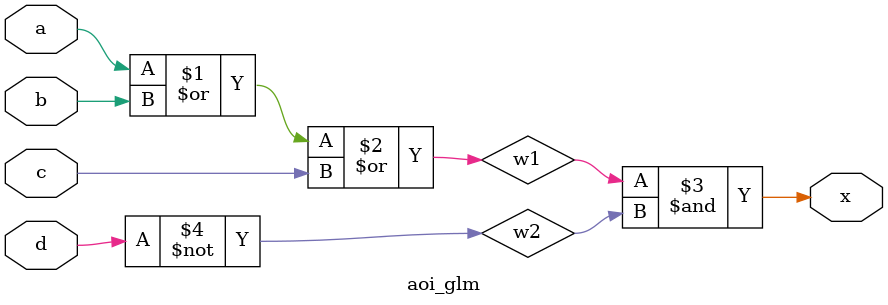
<source format=v>
module aoi_glm(a, b, c, d, x);
  input a, b, c, d;
  output x;
  wire w1, w2;
  or o1(w1,a,b,c);
  not n1(w2,d);
  and a1(x,w1,w2);
endmodule

</source>
